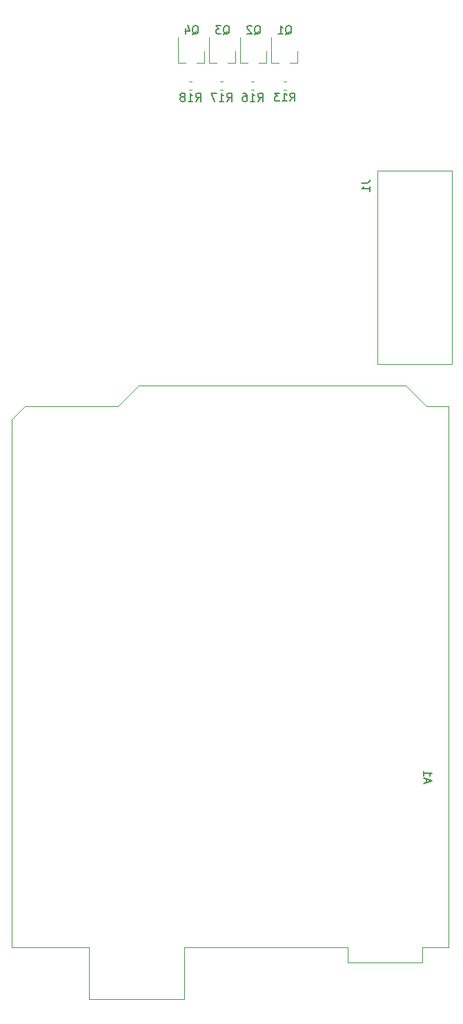
<source format=gbr>
%TF.GenerationSoftware,KiCad,Pcbnew,(5.99.0-2611-ga723fba70-dirty)*%
%TF.CreationDate,2020-08-14T04:19:11+02:00*%
%TF.ProjectId,rundtisch-nc,72756e64-7469-4736-9368-2d6e632e6b69,rev?*%
%TF.SameCoordinates,Original*%
%TF.FileFunction,Legend,Bot*%
%TF.FilePolarity,Positive*%
%FSLAX46Y46*%
G04 Gerber Fmt 4.6, Leading zero omitted, Abs format (unit mm)*
G04 Created by KiCad (PCBNEW (5.99.0-2611-ga723fba70-dirty)) date 2020-08-14 04:19:11*
%MOMM*%
%LPD*%
G01*
G04 APERTURE LIST*
%ADD10C,0.150000*%
%ADD11C,0.120000*%
G04 APERTURE END LIST*
D10*
%TO.C,R16*%
X85986857Y-59032380D02*
X86320190Y-58556190D01*
X86558285Y-59032380D02*
X86558285Y-58032380D01*
X86177333Y-58032380D01*
X86082095Y-58080000D01*
X86034476Y-58127619D01*
X85986857Y-58222857D01*
X85986857Y-58365714D01*
X86034476Y-58460952D01*
X86082095Y-58508571D01*
X86177333Y-58556190D01*
X86558285Y-58556190D01*
X85034476Y-59032380D02*
X85605904Y-59032380D01*
X85320190Y-59032380D02*
X85320190Y-58032380D01*
X85415428Y-58175238D01*
X85510666Y-58270476D01*
X85605904Y-58318095D01*
X84177333Y-58032380D02*
X84367809Y-58032380D01*
X84463047Y-58080000D01*
X84510666Y-58127619D01*
X84605904Y-58270476D01*
X84653523Y-58460952D01*
X84653523Y-58841904D01*
X84605904Y-58937142D01*
X84558285Y-58984761D01*
X84463047Y-59032380D01*
X84272571Y-59032380D01*
X84177333Y-58984761D01*
X84129714Y-58937142D01*
X84082095Y-58841904D01*
X84082095Y-58603809D01*
X84129714Y-58508571D01*
X84177333Y-58460952D01*
X84272571Y-58413333D01*
X84463047Y-58413333D01*
X84558285Y-58460952D01*
X84605904Y-58508571D01*
X84653523Y-58603809D01*
%TO.C,Q4*%
X77946238Y-50839619D02*
X78041476Y-50792000D01*
X78136714Y-50696761D01*
X78279571Y-50553904D01*
X78374809Y-50506285D01*
X78470047Y-50506285D01*
X78422428Y-50744380D02*
X78517666Y-50696761D01*
X78612904Y-50601523D01*
X78660523Y-50411047D01*
X78660523Y-50077714D01*
X78612904Y-49887238D01*
X78517666Y-49792000D01*
X78422428Y-49744380D01*
X78231952Y-49744380D01*
X78136714Y-49792000D01*
X78041476Y-49887238D01*
X77993857Y-50077714D01*
X77993857Y-50411047D01*
X78041476Y-50601523D01*
X78136714Y-50696761D01*
X78231952Y-50744380D01*
X78422428Y-50744380D01*
X77136714Y-50077714D02*
X77136714Y-50744380D01*
X77374809Y-49696761D02*
X77612904Y-50411047D01*
X76993857Y-50411047D01*
%TO.C,Q3*%
X81756238Y-50839619D02*
X81851476Y-50792000D01*
X81946714Y-50696761D01*
X82089571Y-50553904D01*
X82184809Y-50506285D01*
X82280047Y-50506285D01*
X82232428Y-50744380D02*
X82327666Y-50696761D01*
X82422904Y-50601523D01*
X82470523Y-50411047D01*
X82470523Y-50077714D01*
X82422904Y-49887238D01*
X82327666Y-49792000D01*
X82232428Y-49744380D01*
X82041952Y-49744380D01*
X81946714Y-49792000D01*
X81851476Y-49887238D01*
X81803857Y-50077714D01*
X81803857Y-50411047D01*
X81851476Y-50601523D01*
X81946714Y-50696761D01*
X82041952Y-50744380D01*
X82232428Y-50744380D01*
X81470523Y-49744380D02*
X80851476Y-49744380D01*
X81184809Y-50125333D01*
X81041952Y-50125333D01*
X80946714Y-50172952D01*
X80899095Y-50220571D01*
X80851476Y-50315809D01*
X80851476Y-50553904D01*
X80899095Y-50649142D01*
X80946714Y-50696761D01*
X81041952Y-50744380D01*
X81327666Y-50744380D01*
X81422904Y-50696761D01*
X81470523Y-50649142D01*
%TO.C,R18*%
X78366857Y-59032380D02*
X78700190Y-58556190D01*
X78938285Y-59032380D02*
X78938285Y-58032380D01*
X78557333Y-58032380D01*
X78462095Y-58080000D01*
X78414476Y-58127619D01*
X78366857Y-58222857D01*
X78366857Y-58365714D01*
X78414476Y-58460952D01*
X78462095Y-58508571D01*
X78557333Y-58556190D01*
X78938285Y-58556190D01*
X77414476Y-59032380D02*
X77985904Y-59032380D01*
X77700190Y-59032380D02*
X77700190Y-58032380D01*
X77795428Y-58175238D01*
X77890666Y-58270476D01*
X77985904Y-58318095D01*
X76843047Y-58460952D02*
X76938285Y-58413333D01*
X76985904Y-58365714D01*
X77033523Y-58270476D01*
X77033523Y-58222857D01*
X76985904Y-58127619D01*
X76938285Y-58080000D01*
X76843047Y-58032380D01*
X76652571Y-58032380D01*
X76557333Y-58080000D01*
X76509714Y-58127619D01*
X76462095Y-58222857D01*
X76462095Y-58270476D01*
X76509714Y-58365714D01*
X76557333Y-58413333D01*
X76652571Y-58460952D01*
X76843047Y-58460952D01*
X76938285Y-58508571D01*
X76985904Y-58556190D01*
X77033523Y-58651428D01*
X77033523Y-58841904D01*
X76985904Y-58937142D01*
X76938285Y-58984761D01*
X76843047Y-59032380D01*
X76652571Y-59032380D01*
X76557333Y-58984761D01*
X76509714Y-58937142D01*
X76462095Y-58841904D01*
X76462095Y-58651428D01*
X76509714Y-58556190D01*
X76557333Y-58508571D01*
X76652571Y-58460952D01*
%TO.C,R17*%
X82176857Y-59032380D02*
X82510190Y-58556190D01*
X82748285Y-59032380D02*
X82748285Y-58032380D01*
X82367333Y-58032380D01*
X82272095Y-58080000D01*
X82224476Y-58127619D01*
X82176857Y-58222857D01*
X82176857Y-58365714D01*
X82224476Y-58460952D01*
X82272095Y-58508571D01*
X82367333Y-58556190D01*
X82748285Y-58556190D01*
X81224476Y-59032380D02*
X81795904Y-59032380D01*
X81510190Y-59032380D02*
X81510190Y-58032380D01*
X81605428Y-58175238D01*
X81700666Y-58270476D01*
X81795904Y-58318095D01*
X80891142Y-58032380D02*
X80224476Y-58032380D01*
X80653047Y-59032380D01*
%TO.C,J1*%
X98687380Y-69041666D02*
X99401666Y-69041666D01*
X99544523Y-68994047D01*
X99639761Y-68898809D01*
X99687380Y-68755952D01*
X99687380Y-68660714D01*
X99687380Y-70041666D02*
X99687380Y-69470238D01*
X99687380Y-69755952D02*
X98687380Y-69755952D01*
X98830238Y-69660714D01*
X98925476Y-69565476D01*
X98973095Y-69470238D01*
%TO.C,Q2*%
X85566238Y-50839619D02*
X85661476Y-50792000D01*
X85756714Y-50696761D01*
X85899571Y-50553904D01*
X85994809Y-50506285D01*
X86090047Y-50506285D01*
X86042428Y-50744380D02*
X86137666Y-50696761D01*
X86232904Y-50601523D01*
X86280523Y-50411047D01*
X86280523Y-50077714D01*
X86232904Y-49887238D01*
X86137666Y-49792000D01*
X86042428Y-49744380D01*
X85851952Y-49744380D01*
X85756714Y-49792000D01*
X85661476Y-49887238D01*
X85613857Y-50077714D01*
X85613857Y-50411047D01*
X85661476Y-50601523D01*
X85756714Y-50696761D01*
X85851952Y-50744380D01*
X86042428Y-50744380D01*
X85232904Y-49839619D02*
X85185285Y-49792000D01*
X85090047Y-49744380D01*
X84851952Y-49744380D01*
X84756714Y-49792000D01*
X84709095Y-49839619D01*
X84661476Y-49934857D01*
X84661476Y-50030095D01*
X84709095Y-50172952D01*
X85280523Y-50744380D01*
X84661476Y-50744380D01*
%TO.C,A1*%
X106633333Y-142514285D02*
X106633333Y-142038095D01*
X106347619Y-142609523D02*
X107347619Y-142276190D01*
X106347619Y-141942857D01*
X106347619Y-141085714D02*
X106347619Y-141657142D01*
X106347619Y-141371428D02*
X107347619Y-141371428D01*
X107204761Y-141466666D01*
X107109523Y-141561904D01*
X107061904Y-141657142D01*
%TO.C,Q1*%
X89376238Y-50839619D02*
X89471476Y-50792000D01*
X89566714Y-50696761D01*
X89709571Y-50553904D01*
X89804809Y-50506285D01*
X89900047Y-50506285D01*
X89852428Y-50744380D02*
X89947666Y-50696761D01*
X90042904Y-50601523D01*
X90090523Y-50411047D01*
X90090523Y-50077714D01*
X90042904Y-49887238D01*
X89947666Y-49792000D01*
X89852428Y-49744380D01*
X89661952Y-49744380D01*
X89566714Y-49792000D01*
X89471476Y-49887238D01*
X89423857Y-50077714D01*
X89423857Y-50411047D01*
X89471476Y-50601523D01*
X89566714Y-50696761D01*
X89661952Y-50744380D01*
X89852428Y-50744380D01*
X88471476Y-50744380D02*
X89042904Y-50744380D01*
X88757190Y-50744380D02*
X88757190Y-49744380D01*
X88852428Y-49887238D01*
X88947666Y-49982476D01*
X89042904Y-50030095D01*
%TO.C,R13*%
X89923857Y-58999380D02*
X90257190Y-58523190D01*
X90495285Y-58999380D02*
X90495285Y-57999380D01*
X90114333Y-57999380D01*
X90019095Y-58047000D01*
X89971476Y-58094619D01*
X89923857Y-58189857D01*
X89923857Y-58332714D01*
X89971476Y-58427952D01*
X90019095Y-58475571D01*
X90114333Y-58523190D01*
X90495285Y-58523190D01*
X88971476Y-58999380D02*
X89542904Y-58999380D01*
X89257190Y-58999380D02*
X89257190Y-57999380D01*
X89352428Y-58142238D01*
X89447666Y-58237476D01*
X89542904Y-58285095D01*
X88638142Y-57999380D02*
X88019095Y-57999380D01*
X88352428Y-58380333D01*
X88209571Y-58380333D01*
X88114333Y-58427952D01*
X88066714Y-58475571D01*
X88019095Y-58570809D01*
X88019095Y-58808904D01*
X88066714Y-58904142D01*
X88114333Y-58951761D01*
X88209571Y-58999380D01*
X88495285Y-58999380D01*
X88590523Y-58951761D01*
X88638142Y-58904142D01*
D11*
%TO.C,R16*%
X85172733Y-56640000D02*
X85515267Y-56640000D01*
X85172733Y-57660000D02*
X85515267Y-57660000D01*
%TO.C,Q4*%
X79370000Y-54330000D02*
X78440000Y-54330000D01*
X76210000Y-54330000D02*
X77140000Y-54330000D01*
X79370000Y-54330000D02*
X79370000Y-52870000D01*
X76210000Y-54330000D02*
X76210000Y-51170000D01*
%TO.C,Q3*%
X83180000Y-54330000D02*
X82250000Y-54330000D01*
X80020000Y-54330000D02*
X80950000Y-54330000D01*
X80020000Y-54330000D02*
X80020000Y-51170000D01*
X83180000Y-54330000D02*
X83180000Y-52870000D01*
%TO.C,R18*%
X77552733Y-56640000D02*
X77895267Y-56640000D01*
X77552733Y-57660000D02*
X77895267Y-57660000D01*
%TO.C,R17*%
X81362733Y-56640000D02*
X81705267Y-56640000D01*
X81362733Y-57660000D02*
X81705267Y-57660000D01*
%TO.C,J1*%
X109785000Y-91245000D02*
X100635000Y-91245000D01*
X100635000Y-67505000D02*
X100635000Y-91245000D01*
X100635000Y-67505000D02*
X109785000Y-67505000D01*
X109785000Y-91245000D02*
X109785000Y-67505000D01*
%TO.C,Q2*%
X83830000Y-54330000D02*
X84760000Y-54330000D01*
X86990000Y-54330000D02*
X86060000Y-54330000D01*
X83830000Y-54330000D02*
X83830000Y-51170000D01*
X86990000Y-54330000D02*
X86990000Y-52870000D01*
%TO.C,A1*%
X76960000Y-169040000D02*
X65280000Y-169040000D01*
X106170000Y-162690000D02*
X106170000Y-164590000D01*
X55750000Y-162690000D02*
X55750000Y-98040000D01*
X65280000Y-162690000D02*
X55750000Y-162690000D01*
X55750000Y-98040000D02*
X57400000Y-96390000D01*
X65280000Y-169040000D02*
X65280000Y-162690000D01*
X76960000Y-162690000D02*
X76960000Y-169040000D01*
X57400000Y-96390000D02*
X68830000Y-96390000D01*
X104140000Y-93850000D02*
X106680000Y-96390000D01*
X97030000Y-164590000D02*
X97030000Y-162690000D01*
X71370000Y-93850000D02*
X104140000Y-93850000D01*
X68830000Y-96390000D02*
X71370000Y-93850000D01*
X109350000Y-162690000D02*
X106170000Y-162690000D01*
X97030000Y-162690000D02*
X76960000Y-162690000D01*
X106680000Y-96390000D02*
X109350000Y-96390000D01*
X109350000Y-96390000D02*
X109350000Y-162690000D01*
X106170000Y-164590000D02*
X97030000Y-164590000D01*
%TO.C,Q1*%
X90795000Y-54330000D02*
X90795000Y-52870000D01*
X90795000Y-54330000D02*
X89865000Y-54330000D01*
X87635000Y-54330000D02*
X88565000Y-54330000D01*
X87635000Y-54330000D02*
X87635000Y-51170000D01*
%TO.C,R13*%
X89123733Y-56640000D02*
X89466267Y-56640000D01*
X89123733Y-57660000D02*
X89466267Y-57660000D01*
%TD*%
M02*

</source>
